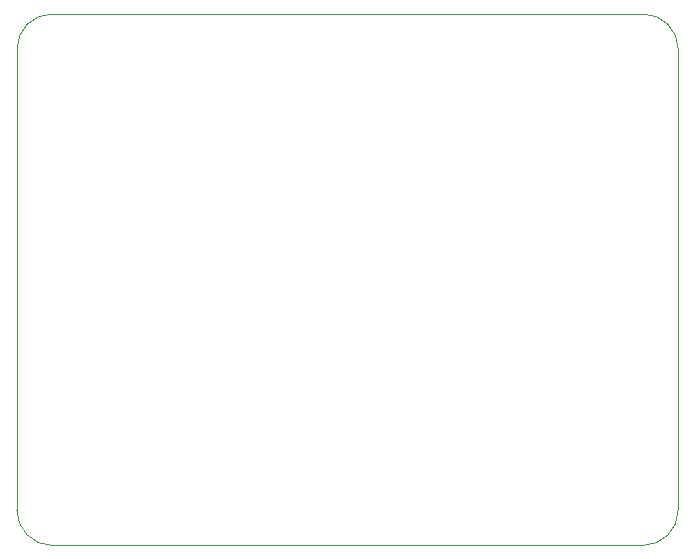
<source format=gbr>
%TF.GenerationSoftware,KiCad,Pcbnew,(5.1.8)-1*%
%TF.CreationDate,2021-06-10T03:31:17+02:00*%
%TF.ProjectId,GD32F190-dev-brd,47443332-4631-4393-902d-6465762d6272,rev?*%
%TF.SameCoordinates,Original*%
%TF.FileFunction,Profile,NP*%
%FSLAX46Y46*%
G04 Gerber Fmt 4.6, Leading zero omitted, Abs format (unit mm)*
G04 Created by KiCad (PCBNEW (5.1.8)-1) date 2021-06-10 03:31:17*
%MOMM*%
%LPD*%
G01*
G04 APERTURE LIST*
%TA.AperFunction,Profile*%
%ADD10C,0.050000*%
%TD*%
G04 APERTURE END LIST*
D10*
X98000000Y-140000000D02*
G75*
G02*
X95000000Y-137000000I0J3000000D01*
G01*
X95000000Y-98000000D02*
G75*
G02*
X98000000Y-95000000I3000000J0D01*
G01*
X148000000Y-95000000D02*
G75*
G02*
X151000000Y-98000000I0J-3000000D01*
G01*
X151000000Y-137000000D02*
G75*
G02*
X148000000Y-140000000I-3000000J0D01*
G01*
X148000000Y-95000000D02*
X98000000Y-95000000D01*
X151000000Y-137000000D02*
X151000000Y-98000000D01*
X98000000Y-140000000D02*
X148000000Y-140000000D01*
X95000000Y-98000000D02*
X95000000Y-137000000D01*
M02*

</source>
